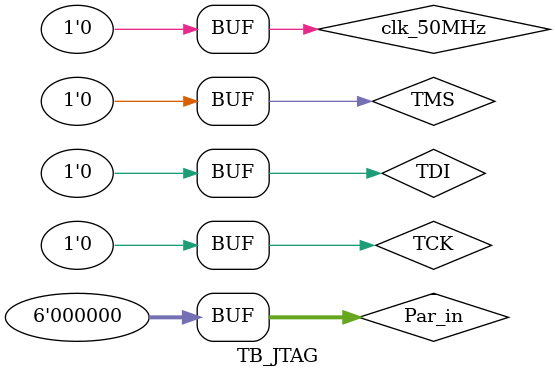
<source format=v>
`timescale 1ns / 1ps


module TB_JTAG;

	// Inputs
	reg TDI;
	reg TCK;
	reg TMS;
	reg [5:0] Par_in;
	reg clk_50MHz;

	// Outputs
	wire TDO;
	wire TDI2;
	wire TCK2;
	wire TMS2;
	wire TDO2;
	wire [3:0] Par_out;

	// Instantiate the Unit Under Test (UUT)
	TAP_and_UUL uut (
		.TDI(TDI), 
		.TCK(TCK), 
		.TMS(TMS), 
		.TDO(TDO), 
		.TDI2(TDI2), 
		.TCK2(TCK2), 
		.TMS2(TMS2), 
		.TDO2(TDO2), 
		.Par_in(Par_in), 
		.Par_out(Par_out), 
		.clk_50MHz(clk_50MHz)
	);

	initial begin
		// Initialize Inputs
		TDI = 0;
		TCK = 0;
		TMS = 0;
		Par_in = 0;
		clk_50MHz = 0;

		// Wait 100 ns for global reset to finish
		#100;
        
		// Add stimulus here
		//Ñìåíà êîìàíäû íà SAMPLE/PRELOAD
		TMS = 0;		//R_T_I
		#10 TCK=1;	
		#10 TCK=0;
		
		TMS = 1;		//Sel_DR_Scan
		#10 TCK=1;	
		#10 TCK=0;
		
		TMS = 1;		//Sel_IR_Scan
		#10 TCK=1;	
		#10 TCK=0;
		
		TMS = 0;		//Cap_IR
		#10 TCK=1;	
		#10 TCK=0;
		
		TMS = 0;		//Sh_IR
		#10 TCK=1;	
		#10 TCK=0;
		
		//Comand  = 010
		TMS = 0;		//Sh_IR
		TDI = 0;			
		#10 TCK=1;	
		#10 TCK=0;
		
		TMS = 0;		//Sh_IR
		TDI = 1;			
		#10 TCK=1;	
		#10 TCK=0;
		
		TMS = 1;		//Ex1_IR
		TDI = 0;			
		#10 TCK=1;	
		#10 TCK=0;
		//End 010
		
		TMS = 1;		//Up_IR
		#10 TCK=1;	
		#10 TCK=0;
		
		TMS = 1;		//Sel_DR_Scan
		#10 TCK=1;	
		#10 TCK=0;
		
		TMS = 0;		//Cap_DR
		#10 TCK=1;	
		#10 TCK=0;
		
		TMS = 0;		//Sh_DR
		#10 TCK=1;	
		#10 TCK=0;
		
		
		//Load data = 10 0000 0000
		TMS = 0;		//Sh_DR
		TDI = 0;
		#10 TCK=1;	
		#10 TCK=0;
		
		TMS = 0;		//Sh_DR
		TDI = 0;
		#10 TCK=1;	
		#10 TCK=0;
		
		TMS = 0;		//Sh_DR
		TDI = 0;
		#10 TCK=1;	
		#10 TCK=0;
		
		TMS = 0;		//Sh_DR
		TDI = 0;
		#10 TCK=1;	
		#10 TCK=0;
		
		TMS = 0;		//Sh_DR
		TDI = 0;
		#10 TCK=1;	
		#10 TCK=0;
		
		TMS = 0;		//Sh_DR
		TDI = 0;
		#10 TCK=1;	
		#10 TCK=0;
		
		TMS = 0;		//Sh_DR
		TDI = 0;
		#10 TCK=1;	
		#10 TCK=0;
		
		TMS = 0;		//Sh_DR
		TDI = 0;
		#10 TCK=1;	
		#10 TCK=0;
		
		TMS = 0;		//Sh_DR
		TDI = 0;
		#10 TCK=1;	
		#10 TCK=0;
		
		TMS = 1;		//Ex1_DR
		TDI = 1;
		#10 TCK=1;	
		#10 TCK=0;
		TDI = 0;
		//End data = 10 0000 0000
		
		
		TMS = 1;		//Up_DR
		#10 TCK=1;	
		#10 TCK=0;
			
		TMS = 1;		//Sel_DR_Scan
		#10 TCK=1;	
		#10 TCK=0;
	
		TMS = 1;		//Sel_IR_Scan
		#10 TCK=1;	
		#10 TCK=0;
		
		TMS = 0;		//Cap_IR
		#10 TCK=1;	
		#10 TCK=0;
		
		TMS = 0;		//Sh_IR
		#10 TCK=1;	
		#10 TCK=0;
		
		//Ñìåíà êîìàíäû íà EXTEST Comand  = 000
		TMS = 0;		//Sh_IR
		TDI = 0;			
		#10 TCK=1;	
		#10 TCK=0;
		
		TMS = 0;		//Sh_IR
		TDI = 0;			
		#10 TCK=1;	
		#10 TCK=0;
		
		TMS = 1;		//Ex1_IR
		TDI = 0;			
		#10 TCK=1;	
		#10 TCK=0;
		//End 000
		
		TMS = 1;		//Up_IR
		#10 TCK=1;	
		#10 TCK=0;
		
		TMS = 1;		//Sel_DR_Scan
		#10 TCK=1;	
		#10 TCK=0;
		
		TMS = 0;		//Cap_DR
		#10 TCK=1;	
		#10 TCK=0;
		
		TMS = 0;		//Sh_DR
		#10 TCK=1;	
		#10 TCK=0;		
		
		//Load data = 01 0010 0000
		TMS = 0;		//Sh_DR
		TDI = 0;
		#10 TCK=1;	
		#10 TCK=0;
		
		TMS = 0;		//Sh_DR
		TDI = 0;
		#10 TCK=1;	
		#10 TCK=0;
		
		TMS = 0;		//Sh_DR
		TDI = 0;
		#10 TCK=1;	
		#10 TCK=0;
		
		TMS = 0;		//Sh_DR
		TDI = 0;
		#10 TCK=1;	
		#10 TCK=0;
		
		TMS = 0;		//Sh_DR
		TDI = 0;
		#10 TCK=1;	
		#10 TCK=0;
		
		TMS = 0;		//Sh_DR
		TDI = 1;
		#10 TCK=1;	
		#10 TCK=0;
		
		TMS = 0;		//Sh_DR
		TDI = 0;
		#10 TCK=1;	
		#10 TCK=0;
		
		TMS = 0;		//Sh_DR
		TDI = 0;
		#10 TCK=1;	
		#10 TCK=0;
		
		TMS = 0;		//Sh_DR
		TDI = 1;
		#10 TCK=1;	
		#10 TCK=0;
		
		TMS = 1;		//Ex1_DR
		TDI = 0;
		#10 TCK=1;	
		#10 TCK=0;
		//End data = 01 0010 0000

		TMS = 1;		//Up_DR
		#10 TCK=1;	
		#10 TCK=0;
		
		TMS = 1;		//Sel_DR_Scan
		#10 TCK=1;	
		#10 TCK=0;

		TMS = 1;		//Sel_IR_Scan
		#10 TCK=1;	
		#10 TCK=0;
		
		TMS = 0;		//Cap_IR
		#10 TCK=1;	
		#10 TCK=0;
		
		TMS = 0;		//Sh_IR
		#10 TCK=1;	
		#10 TCK=0;

		//Ñìåíà êîìàíäû íà BYPASS Comand  = 110
		TMS = 0;		//Sh_IR
		TDI = 0;			
		#10 TCK=1;	
		#10 TCK=0;
		
		TMS = 0;		//Sh_IR
		TDI = 1;			
		#10 TCK=1;	
		#10 TCK=0;
		
		TMS = 1;		//Ex1_IR
		TDI = 1;			
		#10 TCK=1;	
		#10 TCK=0;
		//End 110
		
		TDI = 0;	
		
		TMS = 1;		//Up_IR
		#10 TCK=1;	
		#10 TCK=0;		
		
		TMS = 1;		//Sel_DR_Scan
		#10 TCK=1;	
		#10 TCK=0;
		
		TMS = 0;		//Cap_DR
		#10 TCK=1;	
		#10 TCK=0;
		
		TMS = 0;		//Sh_DR
		#10 TCK=1;	
		#10 TCK=0;		
			
	end
      
endmodule


</source>
